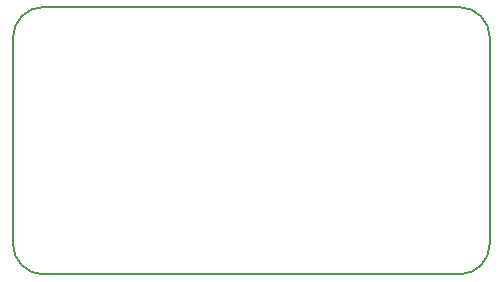
<source format=gbr>
%TF.GenerationSoftware,KiCad,Pcbnew,6.0.4-6f826c9f35~116~ubuntu20.04.1*%
%TF.CreationDate,2022-04-28T13:00:12+07:00*%
%TF.ProjectId,W2AEWPulseGenerator,57324145-5750-4756-9c73-6547656e6572,rev?*%
%TF.SameCoordinates,Original*%
%TF.FileFunction,Profile,NP*%
%FSLAX46Y46*%
G04 Gerber Fmt 4.6, Leading zero omitted, Abs format (unit mm)*
G04 Created by KiCad (PCBNEW 6.0.4-6f826c9f35~116~ubuntu20.04.1) date 2022-04-28 13:00:12*
%MOMM*%
%LPD*%
G01*
G04 APERTURE LIST*
%TA.AperFunction,Profile*%
%ADD10C,0.160000*%
%TD*%
G04 APERTURE END LIST*
D10*
X101587183Y-64021609D02*
G75*
G03*
X99018509Y-66590332I17J-2568691D01*
G01*
X99018559Y-84078367D02*
G75*
G03*
X101587183Y-86647041I2568641J-33D01*
G01*
X136823882Y-86647041D02*
X101587183Y-86647041D01*
X136823882Y-86647056D02*
G75*
G03*
X139392556Y-84078367I18J2568656D01*
G01*
X99018509Y-84078367D02*
X99018509Y-66590332D01*
X139392542Y-66590332D02*
G75*
G03*
X136823882Y-64021658I-2568642J32D01*
G01*
X139392556Y-66590332D02*
X139392556Y-84078367D01*
X101587183Y-64021658D02*
X136823882Y-64021658D01*
M02*

</source>
